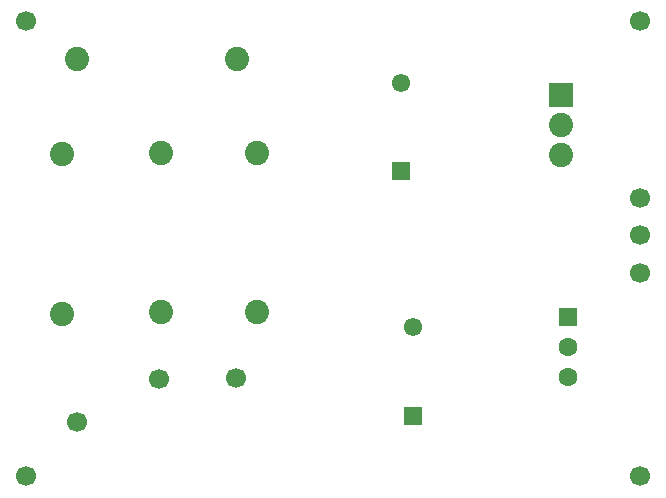
<source format=gbl>
G04*
G04 #@! TF.GenerationSoftware,Altium Limited,Altium Designer,24.0.1 (36)*
G04*
G04 Layer_Physical_Order=2*
G04 Layer_Color=16711680*
%FSLAX44Y44*%
%MOMM*%
G71*
G04*
G04 #@! TF.SameCoordinates,8AA054D9-8240-454B-BF93-844602D28769*
G04*
G04*
G04 #@! TF.FilePolarity,Positive*
G04*
G01*
G75*
%ADD16C,1.5500*%
%ADD17R,1.5500X1.5500*%
%ADD18C,2.0500*%
%ADD19R,2.0500X2.0500*%
%ADD24C,1.7000*%
%ADD25C,2.0500*%
%ADD26R,1.6000X1.6000*%
%ADD27C,1.6000*%
D16*
X353060Y151130D02*
D03*
X342900Y358210D02*
D03*
D17*
X353060Y76130D02*
D03*
X342900Y283210D02*
D03*
D18*
X478470Y297230D02*
D03*
Y322580D02*
D03*
D19*
Y347930D02*
D03*
D24*
X545000Y410000D02*
D03*
X25000Y25000D02*
D03*
Y410000D02*
D03*
X545000Y25000D02*
D03*
X544830Y196850D02*
D03*
Y229392D02*
D03*
Y260350D02*
D03*
X138073Y107196D02*
D03*
X203200Y107950D02*
D03*
X68580Y71120D02*
D03*
D25*
X139700Y298590D02*
D03*
Y163690D02*
D03*
X68440Y378460D02*
D03*
X203340D02*
D03*
X55880Y297320D02*
D03*
Y162420D02*
D03*
X220980Y163690D02*
D03*
Y298590D02*
D03*
D26*
X483870Y160020D02*
D03*
D27*
Y134620D02*
D03*
Y109220D02*
D03*
M02*

</source>
